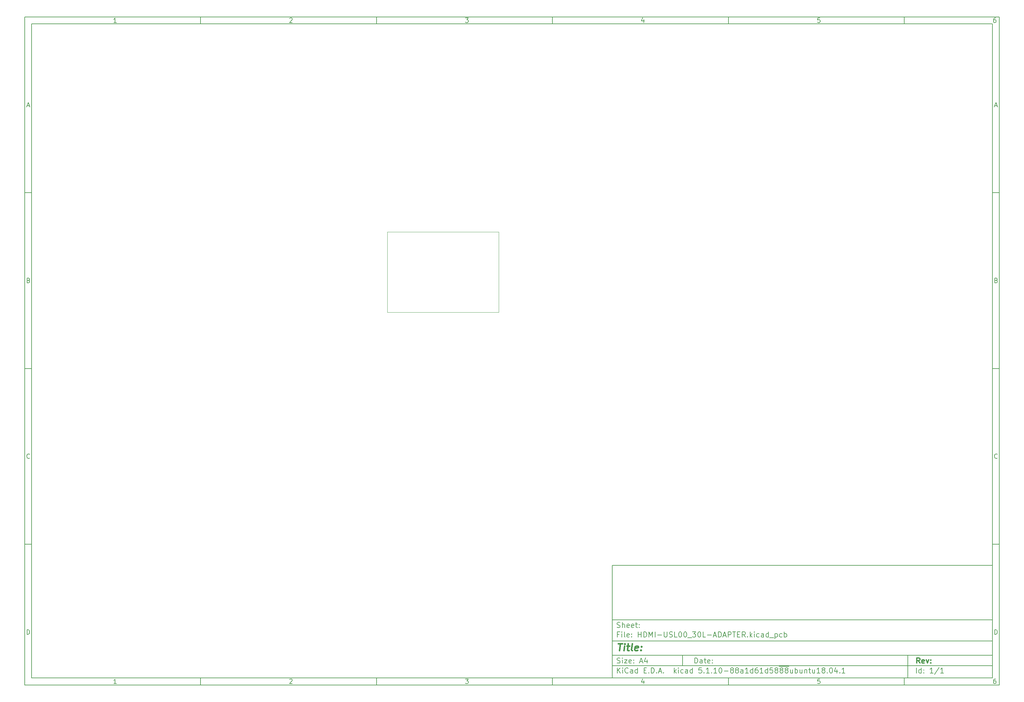
<source format=gbr>
%TF.GenerationSoftware,KiCad,Pcbnew,5.1.10-88a1d61d58~88~ubuntu18.04.1*%
%TF.CreationDate,2021-11-15T16:26:48+07:00*%
%TF.ProjectId,HDMI-USL00_30L-ADAPTER,48444d49-2d55-4534-9c30-305f33304c2d,rev?*%
%TF.SameCoordinates,Original*%
%TF.FileFunction,Profile,NP*%
%FSLAX46Y46*%
G04 Gerber Fmt 4.6, Leading zero omitted, Abs format (unit mm)*
G04 Created by KiCad (PCBNEW 5.1.10-88a1d61d58~88~ubuntu18.04.1) date 2021-11-15 16:26:48*
%MOMM*%
%LPD*%
G01*
G04 APERTURE LIST*
%ADD10C,0.100000*%
%ADD11C,0.150000*%
%ADD12C,0.300000*%
%ADD13C,0.400000*%
%TA.AperFunction,Profile*%
%ADD14C,0.050000*%
%TD*%
G04 APERTURE END LIST*
D10*
D11*
X177002200Y-166007200D02*
X177002200Y-198007200D01*
X285002200Y-198007200D01*
X285002200Y-166007200D01*
X177002200Y-166007200D01*
D10*
D11*
X10000000Y-10000000D02*
X10000000Y-200007200D01*
X287002200Y-200007200D01*
X287002200Y-10000000D01*
X10000000Y-10000000D01*
D10*
D11*
X12000000Y-12000000D02*
X12000000Y-198007200D01*
X285002200Y-198007200D01*
X285002200Y-12000000D01*
X12000000Y-12000000D01*
D10*
D11*
X60000000Y-12000000D02*
X60000000Y-10000000D01*
D10*
D11*
X110000000Y-12000000D02*
X110000000Y-10000000D01*
D10*
D11*
X160000000Y-12000000D02*
X160000000Y-10000000D01*
D10*
D11*
X210000000Y-12000000D02*
X210000000Y-10000000D01*
D10*
D11*
X260000000Y-12000000D02*
X260000000Y-10000000D01*
D10*
D11*
X36065476Y-11588095D02*
X35322619Y-11588095D01*
X35694047Y-11588095D02*
X35694047Y-10288095D01*
X35570238Y-10473809D01*
X35446428Y-10597619D01*
X35322619Y-10659523D01*
D10*
D11*
X85322619Y-10411904D02*
X85384523Y-10350000D01*
X85508333Y-10288095D01*
X85817857Y-10288095D01*
X85941666Y-10350000D01*
X86003571Y-10411904D01*
X86065476Y-10535714D01*
X86065476Y-10659523D01*
X86003571Y-10845238D01*
X85260714Y-11588095D01*
X86065476Y-11588095D01*
D10*
D11*
X135260714Y-10288095D02*
X136065476Y-10288095D01*
X135632142Y-10783333D01*
X135817857Y-10783333D01*
X135941666Y-10845238D01*
X136003571Y-10907142D01*
X136065476Y-11030952D01*
X136065476Y-11340476D01*
X136003571Y-11464285D01*
X135941666Y-11526190D01*
X135817857Y-11588095D01*
X135446428Y-11588095D01*
X135322619Y-11526190D01*
X135260714Y-11464285D01*
D10*
D11*
X185941666Y-10721428D02*
X185941666Y-11588095D01*
X185632142Y-10226190D02*
X185322619Y-11154761D01*
X186127380Y-11154761D01*
D10*
D11*
X236003571Y-10288095D02*
X235384523Y-10288095D01*
X235322619Y-10907142D01*
X235384523Y-10845238D01*
X235508333Y-10783333D01*
X235817857Y-10783333D01*
X235941666Y-10845238D01*
X236003571Y-10907142D01*
X236065476Y-11030952D01*
X236065476Y-11340476D01*
X236003571Y-11464285D01*
X235941666Y-11526190D01*
X235817857Y-11588095D01*
X235508333Y-11588095D01*
X235384523Y-11526190D01*
X235322619Y-11464285D01*
D10*
D11*
X285941666Y-10288095D02*
X285694047Y-10288095D01*
X285570238Y-10350000D01*
X285508333Y-10411904D01*
X285384523Y-10597619D01*
X285322619Y-10845238D01*
X285322619Y-11340476D01*
X285384523Y-11464285D01*
X285446428Y-11526190D01*
X285570238Y-11588095D01*
X285817857Y-11588095D01*
X285941666Y-11526190D01*
X286003571Y-11464285D01*
X286065476Y-11340476D01*
X286065476Y-11030952D01*
X286003571Y-10907142D01*
X285941666Y-10845238D01*
X285817857Y-10783333D01*
X285570238Y-10783333D01*
X285446428Y-10845238D01*
X285384523Y-10907142D01*
X285322619Y-11030952D01*
D10*
D11*
X60000000Y-198007200D02*
X60000000Y-200007200D01*
D10*
D11*
X110000000Y-198007200D02*
X110000000Y-200007200D01*
D10*
D11*
X160000000Y-198007200D02*
X160000000Y-200007200D01*
D10*
D11*
X210000000Y-198007200D02*
X210000000Y-200007200D01*
D10*
D11*
X260000000Y-198007200D02*
X260000000Y-200007200D01*
D10*
D11*
X36065476Y-199595295D02*
X35322619Y-199595295D01*
X35694047Y-199595295D02*
X35694047Y-198295295D01*
X35570238Y-198481009D01*
X35446428Y-198604819D01*
X35322619Y-198666723D01*
D10*
D11*
X85322619Y-198419104D02*
X85384523Y-198357200D01*
X85508333Y-198295295D01*
X85817857Y-198295295D01*
X85941666Y-198357200D01*
X86003571Y-198419104D01*
X86065476Y-198542914D01*
X86065476Y-198666723D01*
X86003571Y-198852438D01*
X85260714Y-199595295D01*
X86065476Y-199595295D01*
D10*
D11*
X135260714Y-198295295D02*
X136065476Y-198295295D01*
X135632142Y-198790533D01*
X135817857Y-198790533D01*
X135941666Y-198852438D01*
X136003571Y-198914342D01*
X136065476Y-199038152D01*
X136065476Y-199347676D01*
X136003571Y-199471485D01*
X135941666Y-199533390D01*
X135817857Y-199595295D01*
X135446428Y-199595295D01*
X135322619Y-199533390D01*
X135260714Y-199471485D01*
D10*
D11*
X185941666Y-198728628D02*
X185941666Y-199595295D01*
X185632142Y-198233390D02*
X185322619Y-199161961D01*
X186127380Y-199161961D01*
D10*
D11*
X236003571Y-198295295D02*
X235384523Y-198295295D01*
X235322619Y-198914342D01*
X235384523Y-198852438D01*
X235508333Y-198790533D01*
X235817857Y-198790533D01*
X235941666Y-198852438D01*
X236003571Y-198914342D01*
X236065476Y-199038152D01*
X236065476Y-199347676D01*
X236003571Y-199471485D01*
X235941666Y-199533390D01*
X235817857Y-199595295D01*
X235508333Y-199595295D01*
X235384523Y-199533390D01*
X235322619Y-199471485D01*
D10*
D11*
X285941666Y-198295295D02*
X285694047Y-198295295D01*
X285570238Y-198357200D01*
X285508333Y-198419104D01*
X285384523Y-198604819D01*
X285322619Y-198852438D01*
X285322619Y-199347676D01*
X285384523Y-199471485D01*
X285446428Y-199533390D01*
X285570238Y-199595295D01*
X285817857Y-199595295D01*
X285941666Y-199533390D01*
X286003571Y-199471485D01*
X286065476Y-199347676D01*
X286065476Y-199038152D01*
X286003571Y-198914342D01*
X285941666Y-198852438D01*
X285817857Y-198790533D01*
X285570238Y-198790533D01*
X285446428Y-198852438D01*
X285384523Y-198914342D01*
X285322619Y-199038152D01*
D10*
D11*
X10000000Y-60000000D02*
X12000000Y-60000000D01*
D10*
D11*
X10000000Y-110000000D02*
X12000000Y-110000000D01*
D10*
D11*
X10000000Y-160000000D02*
X12000000Y-160000000D01*
D10*
D11*
X10690476Y-35216666D02*
X11309523Y-35216666D01*
X10566666Y-35588095D02*
X11000000Y-34288095D01*
X11433333Y-35588095D01*
D10*
D11*
X11092857Y-84907142D02*
X11278571Y-84969047D01*
X11340476Y-85030952D01*
X11402380Y-85154761D01*
X11402380Y-85340476D01*
X11340476Y-85464285D01*
X11278571Y-85526190D01*
X11154761Y-85588095D01*
X10659523Y-85588095D01*
X10659523Y-84288095D01*
X11092857Y-84288095D01*
X11216666Y-84350000D01*
X11278571Y-84411904D01*
X11340476Y-84535714D01*
X11340476Y-84659523D01*
X11278571Y-84783333D01*
X11216666Y-84845238D01*
X11092857Y-84907142D01*
X10659523Y-84907142D01*
D10*
D11*
X11402380Y-135464285D02*
X11340476Y-135526190D01*
X11154761Y-135588095D01*
X11030952Y-135588095D01*
X10845238Y-135526190D01*
X10721428Y-135402380D01*
X10659523Y-135278571D01*
X10597619Y-135030952D01*
X10597619Y-134845238D01*
X10659523Y-134597619D01*
X10721428Y-134473809D01*
X10845238Y-134350000D01*
X11030952Y-134288095D01*
X11154761Y-134288095D01*
X11340476Y-134350000D01*
X11402380Y-134411904D01*
D10*
D11*
X10659523Y-185588095D02*
X10659523Y-184288095D01*
X10969047Y-184288095D01*
X11154761Y-184350000D01*
X11278571Y-184473809D01*
X11340476Y-184597619D01*
X11402380Y-184845238D01*
X11402380Y-185030952D01*
X11340476Y-185278571D01*
X11278571Y-185402380D01*
X11154761Y-185526190D01*
X10969047Y-185588095D01*
X10659523Y-185588095D01*
D10*
D11*
X287002200Y-60000000D02*
X285002200Y-60000000D01*
D10*
D11*
X287002200Y-110000000D02*
X285002200Y-110000000D01*
D10*
D11*
X287002200Y-160000000D02*
X285002200Y-160000000D01*
D10*
D11*
X285692676Y-35216666D02*
X286311723Y-35216666D01*
X285568866Y-35588095D02*
X286002200Y-34288095D01*
X286435533Y-35588095D01*
D10*
D11*
X286095057Y-84907142D02*
X286280771Y-84969047D01*
X286342676Y-85030952D01*
X286404580Y-85154761D01*
X286404580Y-85340476D01*
X286342676Y-85464285D01*
X286280771Y-85526190D01*
X286156961Y-85588095D01*
X285661723Y-85588095D01*
X285661723Y-84288095D01*
X286095057Y-84288095D01*
X286218866Y-84350000D01*
X286280771Y-84411904D01*
X286342676Y-84535714D01*
X286342676Y-84659523D01*
X286280771Y-84783333D01*
X286218866Y-84845238D01*
X286095057Y-84907142D01*
X285661723Y-84907142D01*
D10*
D11*
X286404580Y-135464285D02*
X286342676Y-135526190D01*
X286156961Y-135588095D01*
X286033152Y-135588095D01*
X285847438Y-135526190D01*
X285723628Y-135402380D01*
X285661723Y-135278571D01*
X285599819Y-135030952D01*
X285599819Y-134845238D01*
X285661723Y-134597619D01*
X285723628Y-134473809D01*
X285847438Y-134350000D01*
X286033152Y-134288095D01*
X286156961Y-134288095D01*
X286342676Y-134350000D01*
X286404580Y-134411904D01*
D10*
D11*
X285661723Y-185588095D02*
X285661723Y-184288095D01*
X285971247Y-184288095D01*
X286156961Y-184350000D01*
X286280771Y-184473809D01*
X286342676Y-184597619D01*
X286404580Y-184845238D01*
X286404580Y-185030952D01*
X286342676Y-185278571D01*
X286280771Y-185402380D01*
X286156961Y-185526190D01*
X285971247Y-185588095D01*
X285661723Y-185588095D01*
D10*
D11*
X200434342Y-193785771D02*
X200434342Y-192285771D01*
X200791485Y-192285771D01*
X201005771Y-192357200D01*
X201148628Y-192500057D01*
X201220057Y-192642914D01*
X201291485Y-192928628D01*
X201291485Y-193142914D01*
X201220057Y-193428628D01*
X201148628Y-193571485D01*
X201005771Y-193714342D01*
X200791485Y-193785771D01*
X200434342Y-193785771D01*
X202577200Y-193785771D02*
X202577200Y-193000057D01*
X202505771Y-192857200D01*
X202362914Y-192785771D01*
X202077200Y-192785771D01*
X201934342Y-192857200D01*
X202577200Y-193714342D02*
X202434342Y-193785771D01*
X202077200Y-193785771D01*
X201934342Y-193714342D01*
X201862914Y-193571485D01*
X201862914Y-193428628D01*
X201934342Y-193285771D01*
X202077200Y-193214342D01*
X202434342Y-193214342D01*
X202577200Y-193142914D01*
X203077200Y-192785771D02*
X203648628Y-192785771D01*
X203291485Y-192285771D02*
X203291485Y-193571485D01*
X203362914Y-193714342D01*
X203505771Y-193785771D01*
X203648628Y-193785771D01*
X204720057Y-193714342D02*
X204577200Y-193785771D01*
X204291485Y-193785771D01*
X204148628Y-193714342D01*
X204077200Y-193571485D01*
X204077200Y-193000057D01*
X204148628Y-192857200D01*
X204291485Y-192785771D01*
X204577200Y-192785771D01*
X204720057Y-192857200D01*
X204791485Y-193000057D01*
X204791485Y-193142914D01*
X204077200Y-193285771D01*
X205434342Y-193642914D02*
X205505771Y-193714342D01*
X205434342Y-193785771D01*
X205362914Y-193714342D01*
X205434342Y-193642914D01*
X205434342Y-193785771D01*
X205434342Y-192857200D02*
X205505771Y-192928628D01*
X205434342Y-193000057D01*
X205362914Y-192928628D01*
X205434342Y-192857200D01*
X205434342Y-193000057D01*
D10*
D11*
X177002200Y-194507200D02*
X285002200Y-194507200D01*
D10*
D11*
X178434342Y-196585771D02*
X178434342Y-195085771D01*
X179291485Y-196585771D02*
X178648628Y-195728628D01*
X179291485Y-195085771D02*
X178434342Y-195942914D01*
X179934342Y-196585771D02*
X179934342Y-195585771D01*
X179934342Y-195085771D02*
X179862914Y-195157200D01*
X179934342Y-195228628D01*
X180005771Y-195157200D01*
X179934342Y-195085771D01*
X179934342Y-195228628D01*
X181505771Y-196442914D02*
X181434342Y-196514342D01*
X181220057Y-196585771D01*
X181077200Y-196585771D01*
X180862914Y-196514342D01*
X180720057Y-196371485D01*
X180648628Y-196228628D01*
X180577200Y-195942914D01*
X180577200Y-195728628D01*
X180648628Y-195442914D01*
X180720057Y-195300057D01*
X180862914Y-195157200D01*
X181077200Y-195085771D01*
X181220057Y-195085771D01*
X181434342Y-195157200D01*
X181505771Y-195228628D01*
X182791485Y-196585771D02*
X182791485Y-195800057D01*
X182720057Y-195657200D01*
X182577200Y-195585771D01*
X182291485Y-195585771D01*
X182148628Y-195657200D01*
X182791485Y-196514342D02*
X182648628Y-196585771D01*
X182291485Y-196585771D01*
X182148628Y-196514342D01*
X182077200Y-196371485D01*
X182077200Y-196228628D01*
X182148628Y-196085771D01*
X182291485Y-196014342D01*
X182648628Y-196014342D01*
X182791485Y-195942914D01*
X184148628Y-196585771D02*
X184148628Y-195085771D01*
X184148628Y-196514342D02*
X184005771Y-196585771D01*
X183720057Y-196585771D01*
X183577200Y-196514342D01*
X183505771Y-196442914D01*
X183434342Y-196300057D01*
X183434342Y-195871485D01*
X183505771Y-195728628D01*
X183577200Y-195657200D01*
X183720057Y-195585771D01*
X184005771Y-195585771D01*
X184148628Y-195657200D01*
X186005771Y-195800057D02*
X186505771Y-195800057D01*
X186720057Y-196585771D02*
X186005771Y-196585771D01*
X186005771Y-195085771D01*
X186720057Y-195085771D01*
X187362914Y-196442914D02*
X187434342Y-196514342D01*
X187362914Y-196585771D01*
X187291485Y-196514342D01*
X187362914Y-196442914D01*
X187362914Y-196585771D01*
X188077200Y-196585771D02*
X188077200Y-195085771D01*
X188434342Y-195085771D01*
X188648628Y-195157200D01*
X188791485Y-195300057D01*
X188862914Y-195442914D01*
X188934342Y-195728628D01*
X188934342Y-195942914D01*
X188862914Y-196228628D01*
X188791485Y-196371485D01*
X188648628Y-196514342D01*
X188434342Y-196585771D01*
X188077200Y-196585771D01*
X189577200Y-196442914D02*
X189648628Y-196514342D01*
X189577200Y-196585771D01*
X189505771Y-196514342D01*
X189577200Y-196442914D01*
X189577200Y-196585771D01*
X190220057Y-196157200D02*
X190934342Y-196157200D01*
X190077200Y-196585771D02*
X190577200Y-195085771D01*
X191077200Y-196585771D01*
X191577200Y-196442914D02*
X191648628Y-196514342D01*
X191577200Y-196585771D01*
X191505771Y-196514342D01*
X191577200Y-196442914D01*
X191577200Y-196585771D01*
X194577200Y-196585771D02*
X194577200Y-195085771D01*
X194720057Y-196014342D02*
X195148628Y-196585771D01*
X195148628Y-195585771D02*
X194577200Y-196157200D01*
X195791485Y-196585771D02*
X195791485Y-195585771D01*
X195791485Y-195085771D02*
X195720057Y-195157200D01*
X195791485Y-195228628D01*
X195862914Y-195157200D01*
X195791485Y-195085771D01*
X195791485Y-195228628D01*
X197148628Y-196514342D02*
X197005771Y-196585771D01*
X196720057Y-196585771D01*
X196577200Y-196514342D01*
X196505771Y-196442914D01*
X196434342Y-196300057D01*
X196434342Y-195871485D01*
X196505771Y-195728628D01*
X196577200Y-195657200D01*
X196720057Y-195585771D01*
X197005771Y-195585771D01*
X197148628Y-195657200D01*
X198434342Y-196585771D02*
X198434342Y-195800057D01*
X198362914Y-195657200D01*
X198220057Y-195585771D01*
X197934342Y-195585771D01*
X197791485Y-195657200D01*
X198434342Y-196514342D02*
X198291485Y-196585771D01*
X197934342Y-196585771D01*
X197791485Y-196514342D01*
X197720057Y-196371485D01*
X197720057Y-196228628D01*
X197791485Y-196085771D01*
X197934342Y-196014342D01*
X198291485Y-196014342D01*
X198434342Y-195942914D01*
X199791485Y-196585771D02*
X199791485Y-195085771D01*
X199791485Y-196514342D02*
X199648628Y-196585771D01*
X199362914Y-196585771D01*
X199220057Y-196514342D01*
X199148628Y-196442914D01*
X199077200Y-196300057D01*
X199077200Y-195871485D01*
X199148628Y-195728628D01*
X199220057Y-195657200D01*
X199362914Y-195585771D01*
X199648628Y-195585771D01*
X199791485Y-195657200D01*
X202362914Y-195085771D02*
X201648628Y-195085771D01*
X201577200Y-195800057D01*
X201648628Y-195728628D01*
X201791485Y-195657200D01*
X202148628Y-195657200D01*
X202291485Y-195728628D01*
X202362914Y-195800057D01*
X202434342Y-195942914D01*
X202434342Y-196300057D01*
X202362914Y-196442914D01*
X202291485Y-196514342D01*
X202148628Y-196585771D01*
X201791485Y-196585771D01*
X201648628Y-196514342D01*
X201577200Y-196442914D01*
X203077200Y-196442914D02*
X203148628Y-196514342D01*
X203077200Y-196585771D01*
X203005771Y-196514342D01*
X203077200Y-196442914D01*
X203077200Y-196585771D01*
X204577200Y-196585771D02*
X203720057Y-196585771D01*
X204148628Y-196585771D02*
X204148628Y-195085771D01*
X204005771Y-195300057D01*
X203862914Y-195442914D01*
X203720057Y-195514342D01*
X205220057Y-196442914D02*
X205291485Y-196514342D01*
X205220057Y-196585771D01*
X205148628Y-196514342D01*
X205220057Y-196442914D01*
X205220057Y-196585771D01*
X206720057Y-196585771D02*
X205862914Y-196585771D01*
X206291485Y-196585771D02*
X206291485Y-195085771D01*
X206148628Y-195300057D01*
X206005771Y-195442914D01*
X205862914Y-195514342D01*
X207648628Y-195085771D02*
X207791485Y-195085771D01*
X207934342Y-195157200D01*
X208005771Y-195228628D01*
X208077200Y-195371485D01*
X208148628Y-195657200D01*
X208148628Y-196014342D01*
X208077200Y-196300057D01*
X208005771Y-196442914D01*
X207934342Y-196514342D01*
X207791485Y-196585771D01*
X207648628Y-196585771D01*
X207505771Y-196514342D01*
X207434342Y-196442914D01*
X207362914Y-196300057D01*
X207291485Y-196014342D01*
X207291485Y-195657200D01*
X207362914Y-195371485D01*
X207434342Y-195228628D01*
X207505771Y-195157200D01*
X207648628Y-195085771D01*
X208791485Y-196014342D02*
X209934342Y-196014342D01*
X210862914Y-195728628D02*
X210720057Y-195657200D01*
X210648628Y-195585771D01*
X210577200Y-195442914D01*
X210577200Y-195371485D01*
X210648628Y-195228628D01*
X210720057Y-195157200D01*
X210862914Y-195085771D01*
X211148628Y-195085771D01*
X211291485Y-195157200D01*
X211362914Y-195228628D01*
X211434342Y-195371485D01*
X211434342Y-195442914D01*
X211362914Y-195585771D01*
X211291485Y-195657200D01*
X211148628Y-195728628D01*
X210862914Y-195728628D01*
X210720057Y-195800057D01*
X210648628Y-195871485D01*
X210577200Y-196014342D01*
X210577200Y-196300057D01*
X210648628Y-196442914D01*
X210720057Y-196514342D01*
X210862914Y-196585771D01*
X211148628Y-196585771D01*
X211291485Y-196514342D01*
X211362914Y-196442914D01*
X211434342Y-196300057D01*
X211434342Y-196014342D01*
X211362914Y-195871485D01*
X211291485Y-195800057D01*
X211148628Y-195728628D01*
X212291485Y-195728628D02*
X212148628Y-195657200D01*
X212077200Y-195585771D01*
X212005771Y-195442914D01*
X212005771Y-195371485D01*
X212077200Y-195228628D01*
X212148628Y-195157200D01*
X212291485Y-195085771D01*
X212577200Y-195085771D01*
X212720057Y-195157200D01*
X212791485Y-195228628D01*
X212862914Y-195371485D01*
X212862914Y-195442914D01*
X212791485Y-195585771D01*
X212720057Y-195657200D01*
X212577200Y-195728628D01*
X212291485Y-195728628D01*
X212148628Y-195800057D01*
X212077200Y-195871485D01*
X212005771Y-196014342D01*
X212005771Y-196300057D01*
X212077200Y-196442914D01*
X212148628Y-196514342D01*
X212291485Y-196585771D01*
X212577200Y-196585771D01*
X212720057Y-196514342D01*
X212791485Y-196442914D01*
X212862914Y-196300057D01*
X212862914Y-196014342D01*
X212791485Y-195871485D01*
X212720057Y-195800057D01*
X212577200Y-195728628D01*
X214148628Y-196585771D02*
X214148628Y-195800057D01*
X214077200Y-195657200D01*
X213934342Y-195585771D01*
X213648628Y-195585771D01*
X213505771Y-195657200D01*
X214148628Y-196514342D02*
X214005771Y-196585771D01*
X213648628Y-196585771D01*
X213505771Y-196514342D01*
X213434342Y-196371485D01*
X213434342Y-196228628D01*
X213505771Y-196085771D01*
X213648628Y-196014342D01*
X214005771Y-196014342D01*
X214148628Y-195942914D01*
X215648628Y-196585771D02*
X214791485Y-196585771D01*
X215220057Y-196585771D02*
X215220057Y-195085771D01*
X215077200Y-195300057D01*
X214934342Y-195442914D01*
X214791485Y-195514342D01*
X216934342Y-196585771D02*
X216934342Y-195085771D01*
X216934342Y-196514342D02*
X216791485Y-196585771D01*
X216505771Y-196585771D01*
X216362914Y-196514342D01*
X216291485Y-196442914D01*
X216220057Y-196300057D01*
X216220057Y-195871485D01*
X216291485Y-195728628D01*
X216362914Y-195657200D01*
X216505771Y-195585771D01*
X216791485Y-195585771D01*
X216934342Y-195657200D01*
X218291485Y-195085771D02*
X218005771Y-195085771D01*
X217862914Y-195157200D01*
X217791485Y-195228628D01*
X217648628Y-195442914D01*
X217577200Y-195728628D01*
X217577200Y-196300057D01*
X217648628Y-196442914D01*
X217720057Y-196514342D01*
X217862914Y-196585771D01*
X218148628Y-196585771D01*
X218291485Y-196514342D01*
X218362914Y-196442914D01*
X218434342Y-196300057D01*
X218434342Y-195942914D01*
X218362914Y-195800057D01*
X218291485Y-195728628D01*
X218148628Y-195657200D01*
X217862914Y-195657200D01*
X217720057Y-195728628D01*
X217648628Y-195800057D01*
X217577200Y-195942914D01*
X219862914Y-196585771D02*
X219005771Y-196585771D01*
X219434342Y-196585771D02*
X219434342Y-195085771D01*
X219291485Y-195300057D01*
X219148628Y-195442914D01*
X219005771Y-195514342D01*
X221148628Y-196585771D02*
X221148628Y-195085771D01*
X221148628Y-196514342D02*
X221005771Y-196585771D01*
X220720057Y-196585771D01*
X220577200Y-196514342D01*
X220505771Y-196442914D01*
X220434342Y-196300057D01*
X220434342Y-195871485D01*
X220505771Y-195728628D01*
X220577200Y-195657200D01*
X220720057Y-195585771D01*
X221005771Y-195585771D01*
X221148628Y-195657200D01*
X222577200Y-195085771D02*
X221862914Y-195085771D01*
X221791485Y-195800057D01*
X221862914Y-195728628D01*
X222005771Y-195657200D01*
X222362914Y-195657200D01*
X222505771Y-195728628D01*
X222577200Y-195800057D01*
X222648628Y-195942914D01*
X222648628Y-196300057D01*
X222577200Y-196442914D01*
X222505771Y-196514342D01*
X222362914Y-196585771D01*
X222005771Y-196585771D01*
X221862914Y-196514342D01*
X221791485Y-196442914D01*
X223505771Y-195728628D02*
X223362914Y-195657200D01*
X223291485Y-195585771D01*
X223220057Y-195442914D01*
X223220057Y-195371485D01*
X223291485Y-195228628D01*
X223362914Y-195157200D01*
X223505771Y-195085771D01*
X223791485Y-195085771D01*
X223934342Y-195157200D01*
X224005771Y-195228628D01*
X224077200Y-195371485D01*
X224077200Y-195442914D01*
X224005771Y-195585771D01*
X223934342Y-195657200D01*
X223791485Y-195728628D01*
X223505771Y-195728628D01*
X223362914Y-195800057D01*
X223291485Y-195871485D01*
X223220057Y-196014342D01*
X223220057Y-196300057D01*
X223291485Y-196442914D01*
X223362914Y-196514342D01*
X223505771Y-196585771D01*
X223791485Y-196585771D01*
X223934342Y-196514342D01*
X224005771Y-196442914D01*
X224077200Y-196300057D01*
X224077200Y-196014342D01*
X224005771Y-195871485D01*
X223934342Y-195800057D01*
X223791485Y-195728628D01*
X224362914Y-194677200D02*
X225791485Y-194677200D01*
X224934342Y-195728628D02*
X224791485Y-195657200D01*
X224720057Y-195585771D01*
X224648628Y-195442914D01*
X224648628Y-195371485D01*
X224720057Y-195228628D01*
X224791485Y-195157200D01*
X224934342Y-195085771D01*
X225220057Y-195085771D01*
X225362914Y-195157200D01*
X225434342Y-195228628D01*
X225505771Y-195371485D01*
X225505771Y-195442914D01*
X225434342Y-195585771D01*
X225362914Y-195657200D01*
X225220057Y-195728628D01*
X224934342Y-195728628D01*
X224791485Y-195800057D01*
X224720057Y-195871485D01*
X224648628Y-196014342D01*
X224648628Y-196300057D01*
X224720057Y-196442914D01*
X224791485Y-196514342D01*
X224934342Y-196585771D01*
X225220057Y-196585771D01*
X225362914Y-196514342D01*
X225434342Y-196442914D01*
X225505771Y-196300057D01*
X225505771Y-196014342D01*
X225434342Y-195871485D01*
X225362914Y-195800057D01*
X225220057Y-195728628D01*
X225791485Y-194677200D02*
X227220057Y-194677200D01*
X226362914Y-195728628D02*
X226220057Y-195657200D01*
X226148628Y-195585771D01*
X226077199Y-195442914D01*
X226077199Y-195371485D01*
X226148628Y-195228628D01*
X226220057Y-195157200D01*
X226362914Y-195085771D01*
X226648628Y-195085771D01*
X226791485Y-195157200D01*
X226862914Y-195228628D01*
X226934342Y-195371485D01*
X226934342Y-195442914D01*
X226862914Y-195585771D01*
X226791485Y-195657200D01*
X226648628Y-195728628D01*
X226362914Y-195728628D01*
X226220057Y-195800057D01*
X226148628Y-195871485D01*
X226077199Y-196014342D01*
X226077199Y-196300057D01*
X226148628Y-196442914D01*
X226220057Y-196514342D01*
X226362914Y-196585771D01*
X226648628Y-196585771D01*
X226791485Y-196514342D01*
X226862914Y-196442914D01*
X226934342Y-196300057D01*
X226934342Y-196014342D01*
X226862914Y-195871485D01*
X226791485Y-195800057D01*
X226648628Y-195728628D01*
X228220057Y-195585771D02*
X228220057Y-196585771D01*
X227577199Y-195585771D02*
X227577199Y-196371485D01*
X227648628Y-196514342D01*
X227791485Y-196585771D01*
X228005771Y-196585771D01*
X228148628Y-196514342D01*
X228220057Y-196442914D01*
X228934342Y-196585771D02*
X228934342Y-195085771D01*
X228934342Y-195657200D02*
X229077199Y-195585771D01*
X229362914Y-195585771D01*
X229505771Y-195657200D01*
X229577199Y-195728628D01*
X229648628Y-195871485D01*
X229648628Y-196300057D01*
X229577199Y-196442914D01*
X229505771Y-196514342D01*
X229362914Y-196585771D01*
X229077199Y-196585771D01*
X228934342Y-196514342D01*
X230934342Y-195585771D02*
X230934342Y-196585771D01*
X230291485Y-195585771D02*
X230291485Y-196371485D01*
X230362914Y-196514342D01*
X230505771Y-196585771D01*
X230720057Y-196585771D01*
X230862914Y-196514342D01*
X230934342Y-196442914D01*
X231648628Y-195585771D02*
X231648628Y-196585771D01*
X231648628Y-195728628D02*
X231720057Y-195657200D01*
X231862914Y-195585771D01*
X232077199Y-195585771D01*
X232220057Y-195657200D01*
X232291485Y-195800057D01*
X232291485Y-196585771D01*
X232791485Y-195585771D02*
X233362914Y-195585771D01*
X233005771Y-195085771D02*
X233005771Y-196371485D01*
X233077199Y-196514342D01*
X233220057Y-196585771D01*
X233362914Y-196585771D01*
X234505771Y-195585771D02*
X234505771Y-196585771D01*
X233862914Y-195585771D02*
X233862914Y-196371485D01*
X233934342Y-196514342D01*
X234077200Y-196585771D01*
X234291485Y-196585771D01*
X234434342Y-196514342D01*
X234505771Y-196442914D01*
X236005771Y-196585771D02*
X235148628Y-196585771D01*
X235577200Y-196585771D02*
X235577200Y-195085771D01*
X235434342Y-195300057D01*
X235291485Y-195442914D01*
X235148628Y-195514342D01*
X236862914Y-195728628D02*
X236720057Y-195657200D01*
X236648628Y-195585771D01*
X236577199Y-195442914D01*
X236577199Y-195371485D01*
X236648628Y-195228628D01*
X236720057Y-195157200D01*
X236862914Y-195085771D01*
X237148628Y-195085771D01*
X237291485Y-195157200D01*
X237362914Y-195228628D01*
X237434342Y-195371485D01*
X237434342Y-195442914D01*
X237362914Y-195585771D01*
X237291485Y-195657200D01*
X237148628Y-195728628D01*
X236862914Y-195728628D01*
X236720057Y-195800057D01*
X236648628Y-195871485D01*
X236577199Y-196014342D01*
X236577199Y-196300057D01*
X236648628Y-196442914D01*
X236720057Y-196514342D01*
X236862914Y-196585771D01*
X237148628Y-196585771D01*
X237291485Y-196514342D01*
X237362914Y-196442914D01*
X237434342Y-196300057D01*
X237434342Y-196014342D01*
X237362914Y-195871485D01*
X237291485Y-195800057D01*
X237148628Y-195728628D01*
X238077199Y-196442914D02*
X238148628Y-196514342D01*
X238077199Y-196585771D01*
X238005771Y-196514342D01*
X238077199Y-196442914D01*
X238077199Y-196585771D01*
X239077199Y-195085771D02*
X239220057Y-195085771D01*
X239362914Y-195157200D01*
X239434342Y-195228628D01*
X239505771Y-195371485D01*
X239577199Y-195657200D01*
X239577199Y-196014342D01*
X239505771Y-196300057D01*
X239434342Y-196442914D01*
X239362914Y-196514342D01*
X239220057Y-196585771D01*
X239077199Y-196585771D01*
X238934342Y-196514342D01*
X238862914Y-196442914D01*
X238791485Y-196300057D01*
X238720057Y-196014342D01*
X238720057Y-195657200D01*
X238791485Y-195371485D01*
X238862914Y-195228628D01*
X238934342Y-195157200D01*
X239077199Y-195085771D01*
X240862914Y-195585771D02*
X240862914Y-196585771D01*
X240505771Y-195014342D02*
X240148628Y-196085771D01*
X241077199Y-196085771D01*
X241648628Y-196442914D02*
X241720057Y-196514342D01*
X241648628Y-196585771D01*
X241577199Y-196514342D01*
X241648628Y-196442914D01*
X241648628Y-196585771D01*
X243148628Y-196585771D02*
X242291485Y-196585771D01*
X242720057Y-196585771D02*
X242720057Y-195085771D01*
X242577199Y-195300057D01*
X242434342Y-195442914D01*
X242291485Y-195514342D01*
D10*
D11*
X177002200Y-191507200D02*
X285002200Y-191507200D01*
D10*
D12*
X264411485Y-193785771D02*
X263911485Y-193071485D01*
X263554342Y-193785771D02*
X263554342Y-192285771D01*
X264125771Y-192285771D01*
X264268628Y-192357200D01*
X264340057Y-192428628D01*
X264411485Y-192571485D01*
X264411485Y-192785771D01*
X264340057Y-192928628D01*
X264268628Y-193000057D01*
X264125771Y-193071485D01*
X263554342Y-193071485D01*
X265625771Y-193714342D02*
X265482914Y-193785771D01*
X265197200Y-193785771D01*
X265054342Y-193714342D01*
X264982914Y-193571485D01*
X264982914Y-193000057D01*
X265054342Y-192857200D01*
X265197200Y-192785771D01*
X265482914Y-192785771D01*
X265625771Y-192857200D01*
X265697200Y-193000057D01*
X265697200Y-193142914D01*
X264982914Y-193285771D01*
X266197200Y-192785771D02*
X266554342Y-193785771D01*
X266911485Y-192785771D01*
X267482914Y-193642914D02*
X267554342Y-193714342D01*
X267482914Y-193785771D01*
X267411485Y-193714342D01*
X267482914Y-193642914D01*
X267482914Y-193785771D01*
X267482914Y-192857200D02*
X267554342Y-192928628D01*
X267482914Y-193000057D01*
X267411485Y-192928628D01*
X267482914Y-192857200D01*
X267482914Y-193000057D01*
D10*
D11*
X178362914Y-193714342D02*
X178577200Y-193785771D01*
X178934342Y-193785771D01*
X179077200Y-193714342D01*
X179148628Y-193642914D01*
X179220057Y-193500057D01*
X179220057Y-193357200D01*
X179148628Y-193214342D01*
X179077200Y-193142914D01*
X178934342Y-193071485D01*
X178648628Y-193000057D01*
X178505771Y-192928628D01*
X178434342Y-192857200D01*
X178362914Y-192714342D01*
X178362914Y-192571485D01*
X178434342Y-192428628D01*
X178505771Y-192357200D01*
X178648628Y-192285771D01*
X179005771Y-192285771D01*
X179220057Y-192357200D01*
X179862914Y-193785771D02*
X179862914Y-192785771D01*
X179862914Y-192285771D02*
X179791485Y-192357200D01*
X179862914Y-192428628D01*
X179934342Y-192357200D01*
X179862914Y-192285771D01*
X179862914Y-192428628D01*
X180434342Y-192785771D02*
X181220057Y-192785771D01*
X180434342Y-193785771D01*
X181220057Y-193785771D01*
X182362914Y-193714342D02*
X182220057Y-193785771D01*
X181934342Y-193785771D01*
X181791485Y-193714342D01*
X181720057Y-193571485D01*
X181720057Y-193000057D01*
X181791485Y-192857200D01*
X181934342Y-192785771D01*
X182220057Y-192785771D01*
X182362914Y-192857200D01*
X182434342Y-193000057D01*
X182434342Y-193142914D01*
X181720057Y-193285771D01*
X183077200Y-193642914D02*
X183148628Y-193714342D01*
X183077200Y-193785771D01*
X183005771Y-193714342D01*
X183077200Y-193642914D01*
X183077200Y-193785771D01*
X183077200Y-192857200D02*
X183148628Y-192928628D01*
X183077200Y-193000057D01*
X183005771Y-192928628D01*
X183077200Y-192857200D01*
X183077200Y-193000057D01*
X184862914Y-193357200D02*
X185577200Y-193357200D01*
X184720057Y-193785771D02*
X185220057Y-192285771D01*
X185720057Y-193785771D01*
X186862914Y-192785771D02*
X186862914Y-193785771D01*
X186505771Y-192214342D02*
X186148628Y-193285771D01*
X187077200Y-193285771D01*
D10*
D11*
X263434342Y-196585771D02*
X263434342Y-195085771D01*
X264791485Y-196585771D02*
X264791485Y-195085771D01*
X264791485Y-196514342D02*
X264648628Y-196585771D01*
X264362914Y-196585771D01*
X264220057Y-196514342D01*
X264148628Y-196442914D01*
X264077200Y-196300057D01*
X264077200Y-195871485D01*
X264148628Y-195728628D01*
X264220057Y-195657200D01*
X264362914Y-195585771D01*
X264648628Y-195585771D01*
X264791485Y-195657200D01*
X265505771Y-196442914D02*
X265577200Y-196514342D01*
X265505771Y-196585771D01*
X265434342Y-196514342D01*
X265505771Y-196442914D01*
X265505771Y-196585771D01*
X265505771Y-195657200D02*
X265577200Y-195728628D01*
X265505771Y-195800057D01*
X265434342Y-195728628D01*
X265505771Y-195657200D01*
X265505771Y-195800057D01*
X268148628Y-196585771D02*
X267291485Y-196585771D01*
X267720057Y-196585771D02*
X267720057Y-195085771D01*
X267577200Y-195300057D01*
X267434342Y-195442914D01*
X267291485Y-195514342D01*
X269862914Y-195014342D02*
X268577200Y-196942914D01*
X271148628Y-196585771D02*
X270291485Y-196585771D01*
X270720057Y-196585771D02*
X270720057Y-195085771D01*
X270577200Y-195300057D01*
X270434342Y-195442914D01*
X270291485Y-195514342D01*
D10*
D11*
X177002200Y-187507200D02*
X285002200Y-187507200D01*
D10*
D13*
X178714580Y-188211961D02*
X179857438Y-188211961D01*
X179036009Y-190211961D02*
X179286009Y-188211961D01*
X180274104Y-190211961D02*
X180440771Y-188878628D01*
X180524104Y-188211961D02*
X180416961Y-188307200D01*
X180500295Y-188402438D01*
X180607438Y-188307200D01*
X180524104Y-188211961D01*
X180500295Y-188402438D01*
X181107438Y-188878628D02*
X181869342Y-188878628D01*
X181476485Y-188211961D02*
X181262200Y-189926247D01*
X181333628Y-190116723D01*
X181512200Y-190211961D01*
X181702676Y-190211961D01*
X182655057Y-190211961D02*
X182476485Y-190116723D01*
X182405057Y-189926247D01*
X182619342Y-188211961D01*
X184190771Y-190116723D02*
X183988390Y-190211961D01*
X183607438Y-190211961D01*
X183428866Y-190116723D01*
X183357438Y-189926247D01*
X183452676Y-189164342D01*
X183571723Y-188973866D01*
X183774104Y-188878628D01*
X184155057Y-188878628D01*
X184333628Y-188973866D01*
X184405057Y-189164342D01*
X184381247Y-189354819D01*
X183405057Y-189545295D01*
X185155057Y-190021485D02*
X185238390Y-190116723D01*
X185131247Y-190211961D01*
X185047914Y-190116723D01*
X185155057Y-190021485D01*
X185131247Y-190211961D01*
X185286009Y-188973866D02*
X185369342Y-189069104D01*
X185262200Y-189164342D01*
X185178866Y-189069104D01*
X185286009Y-188973866D01*
X185262200Y-189164342D01*
D10*
D11*
X178934342Y-185600057D02*
X178434342Y-185600057D01*
X178434342Y-186385771D02*
X178434342Y-184885771D01*
X179148628Y-184885771D01*
X179720057Y-186385771D02*
X179720057Y-185385771D01*
X179720057Y-184885771D02*
X179648628Y-184957200D01*
X179720057Y-185028628D01*
X179791485Y-184957200D01*
X179720057Y-184885771D01*
X179720057Y-185028628D01*
X180648628Y-186385771D02*
X180505771Y-186314342D01*
X180434342Y-186171485D01*
X180434342Y-184885771D01*
X181791485Y-186314342D02*
X181648628Y-186385771D01*
X181362914Y-186385771D01*
X181220057Y-186314342D01*
X181148628Y-186171485D01*
X181148628Y-185600057D01*
X181220057Y-185457200D01*
X181362914Y-185385771D01*
X181648628Y-185385771D01*
X181791485Y-185457200D01*
X181862914Y-185600057D01*
X181862914Y-185742914D01*
X181148628Y-185885771D01*
X182505771Y-186242914D02*
X182577200Y-186314342D01*
X182505771Y-186385771D01*
X182434342Y-186314342D01*
X182505771Y-186242914D01*
X182505771Y-186385771D01*
X182505771Y-185457200D02*
X182577200Y-185528628D01*
X182505771Y-185600057D01*
X182434342Y-185528628D01*
X182505771Y-185457200D01*
X182505771Y-185600057D01*
X184362914Y-186385771D02*
X184362914Y-184885771D01*
X184362914Y-185600057D02*
X185220057Y-185600057D01*
X185220057Y-186385771D02*
X185220057Y-184885771D01*
X185934342Y-186385771D02*
X185934342Y-184885771D01*
X186291485Y-184885771D01*
X186505771Y-184957200D01*
X186648628Y-185100057D01*
X186720057Y-185242914D01*
X186791485Y-185528628D01*
X186791485Y-185742914D01*
X186720057Y-186028628D01*
X186648628Y-186171485D01*
X186505771Y-186314342D01*
X186291485Y-186385771D01*
X185934342Y-186385771D01*
X187434342Y-186385771D02*
X187434342Y-184885771D01*
X187934342Y-185957200D01*
X188434342Y-184885771D01*
X188434342Y-186385771D01*
X189148628Y-186385771D02*
X189148628Y-184885771D01*
X189862914Y-185814342D02*
X191005771Y-185814342D01*
X191720057Y-184885771D02*
X191720057Y-186100057D01*
X191791485Y-186242914D01*
X191862914Y-186314342D01*
X192005771Y-186385771D01*
X192291485Y-186385771D01*
X192434342Y-186314342D01*
X192505771Y-186242914D01*
X192577200Y-186100057D01*
X192577200Y-184885771D01*
X193220057Y-186314342D02*
X193434342Y-186385771D01*
X193791485Y-186385771D01*
X193934342Y-186314342D01*
X194005771Y-186242914D01*
X194077200Y-186100057D01*
X194077200Y-185957200D01*
X194005771Y-185814342D01*
X193934342Y-185742914D01*
X193791485Y-185671485D01*
X193505771Y-185600057D01*
X193362914Y-185528628D01*
X193291485Y-185457200D01*
X193220057Y-185314342D01*
X193220057Y-185171485D01*
X193291485Y-185028628D01*
X193362914Y-184957200D01*
X193505771Y-184885771D01*
X193862914Y-184885771D01*
X194077200Y-184957200D01*
X195434342Y-186385771D02*
X194720057Y-186385771D01*
X194720057Y-184885771D01*
X196220057Y-184885771D02*
X196362914Y-184885771D01*
X196505771Y-184957200D01*
X196577200Y-185028628D01*
X196648628Y-185171485D01*
X196720057Y-185457200D01*
X196720057Y-185814342D01*
X196648628Y-186100057D01*
X196577200Y-186242914D01*
X196505771Y-186314342D01*
X196362914Y-186385771D01*
X196220057Y-186385771D01*
X196077200Y-186314342D01*
X196005771Y-186242914D01*
X195934342Y-186100057D01*
X195862914Y-185814342D01*
X195862914Y-185457200D01*
X195934342Y-185171485D01*
X196005771Y-185028628D01*
X196077200Y-184957200D01*
X196220057Y-184885771D01*
X197648628Y-184885771D02*
X197791485Y-184885771D01*
X197934342Y-184957200D01*
X198005771Y-185028628D01*
X198077200Y-185171485D01*
X198148628Y-185457200D01*
X198148628Y-185814342D01*
X198077200Y-186100057D01*
X198005771Y-186242914D01*
X197934342Y-186314342D01*
X197791485Y-186385771D01*
X197648628Y-186385771D01*
X197505771Y-186314342D01*
X197434342Y-186242914D01*
X197362914Y-186100057D01*
X197291485Y-185814342D01*
X197291485Y-185457200D01*
X197362914Y-185171485D01*
X197434342Y-185028628D01*
X197505771Y-184957200D01*
X197648628Y-184885771D01*
X198434342Y-186528628D02*
X199577200Y-186528628D01*
X199791485Y-184885771D02*
X200720057Y-184885771D01*
X200220057Y-185457200D01*
X200434342Y-185457200D01*
X200577200Y-185528628D01*
X200648628Y-185600057D01*
X200720057Y-185742914D01*
X200720057Y-186100057D01*
X200648628Y-186242914D01*
X200577200Y-186314342D01*
X200434342Y-186385771D01*
X200005771Y-186385771D01*
X199862914Y-186314342D01*
X199791485Y-186242914D01*
X201648628Y-184885771D02*
X201791485Y-184885771D01*
X201934342Y-184957200D01*
X202005771Y-185028628D01*
X202077200Y-185171485D01*
X202148628Y-185457200D01*
X202148628Y-185814342D01*
X202077200Y-186100057D01*
X202005771Y-186242914D01*
X201934342Y-186314342D01*
X201791485Y-186385771D01*
X201648628Y-186385771D01*
X201505771Y-186314342D01*
X201434342Y-186242914D01*
X201362914Y-186100057D01*
X201291485Y-185814342D01*
X201291485Y-185457200D01*
X201362914Y-185171485D01*
X201434342Y-185028628D01*
X201505771Y-184957200D01*
X201648628Y-184885771D01*
X203505771Y-186385771D02*
X202791485Y-186385771D01*
X202791485Y-184885771D01*
X204005771Y-185814342D02*
X205148628Y-185814342D01*
X205791485Y-185957200D02*
X206505771Y-185957200D01*
X205648628Y-186385771D02*
X206148628Y-184885771D01*
X206648628Y-186385771D01*
X207148628Y-186385771D02*
X207148628Y-184885771D01*
X207505771Y-184885771D01*
X207720057Y-184957200D01*
X207862914Y-185100057D01*
X207934342Y-185242914D01*
X208005771Y-185528628D01*
X208005771Y-185742914D01*
X207934342Y-186028628D01*
X207862914Y-186171485D01*
X207720057Y-186314342D01*
X207505771Y-186385771D01*
X207148628Y-186385771D01*
X208577200Y-185957200D02*
X209291485Y-185957200D01*
X208434342Y-186385771D02*
X208934342Y-184885771D01*
X209434342Y-186385771D01*
X209934342Y-186385771D02*
X209934342Y-184885771D01*
X210505771Y-184885771D01*
X210648628Y-184957200D01*
X210720057Y-185028628D01*
X210791485Y-185171485D01*
X210791485Y-185385771D01*
X210720057Y-185528628D01*
X210648628Y-185600057D01*
X210505771Y-185671485D01*
X209934342Y-185671485D01*
X211220057Y-184885771D02*
X212077200Y-184885771D01*
X211648628Y-186385771D02*
X211648628Y-184885771D01*
X212577200Y-185600057D02*
X213077200Y-185600057D01*
X213291485Y-186385771D02*
X212577200Y-186385771D01*
X212577200Y-184885771D01*
X213291485Y-184885771D01*
X214791485Y-186385771D02*
X214291485Y-185671485D01*
X213934342Y-186385771D02*
X213934342Y-184885771D01*
X214505771Y-184885771D01*
X214648628Y-184957200D01*
X214720057Y-185028628D01*
X214791485Y-185171485D01*
X214791485Y-185385771D01*
X214720057Y-185528628D01*
X214648628Y-185600057D01*
X214505771Y-185671485D01*
X213934342Y-185671485D01*
X215434342Y-186242914D02*
X215505771Y-186314342D01*
X215434342Y-186385771D01*
X215362914Y-186314342D01*
X215434342Y-186242914D01*
X215434342Y-186385771D01*
X216148628Y-186385771D02*
X216148628Y-184885771D01*
X216291485Y-185814342D02*
X216720057Y-186385771D01*
X216720057Y-185385771D02*
X216148628Y-185957200D01*
X217362914Y-186385771D02*
X217362914Y-185385771D01*
X217362914Y-184885771D02*
X217291485Y-184957200D01*
X217362914Y-185028628D01*
X217434342Y-184957200D01*
X217362914Y-184885771D01*
X217362914Y-185028628D01*
X218720057Y-186314342D02*
X218577200Y-186385771D01*
X218291485Y-186385771D01*
X218148628Y-186314342D01*
X218077200Y-186242914D01*
X218005771Y-186100057D01*
X218005771Y-185671485D01*
X218077200Y-185528628D01*
X218148628Y-185457200D01*
X218291485Y-185385771D01*
X218577200Y-185385771D01*
X218720057Y-185457200D01*
X220005771Y-186385771D02*
X220005771Y-185600057D01*
X219934342Y-185457200D01*
X219791485Y-185385771D01*
X219505771Y-185385771D01*
X219362914Y-185457200D01*
X220005771Y-186314342D02*
X219862914Y-186385771D01*
X219505771Y-186385771D01*
X219362914Y-186314342D01*
X219291485Y-186171485D01*
X219291485Y-186028628D01*
X219362914Y-185885771D01*
X219505771Y-185814342D01*
X219862914Y-185814342D01*
X220005771Y-185742914D01*
X221362914Y-186385771D02*
X221362914Y-184885771D01*
X221362914Y-186314342D02*
X221220057Y-186385771D01*
X220934342Y-186385771D01*
X220791485Y-186314342D01*
X220720057Y-186242914D01*
X220648628Y-186100057D01*
X220648628Y-185671485D01*
X220720057Y-185528628D01*
X220791485Y-185457200D01*
X220934342Y-185385771D01*
X221220057Y-185385771D01*
X221362914Y-185457200D01*
X221720057Y-186528628D02*
X222862914Y-186528628D01*
X223220057Y-185385771D02*
X223220057Y-186885771D01*
X223220057Y-185457200D02*
X223362914Y-185385771D01*
X223648628Y-185385771D01*
X223791485Y-185457200D01*
X223862914Y-185528628D01*
X223934342Y-185671485D01*
X223934342Y-186100057D01*
X223862914Y-186242914D01*
X223791485Y-186314342D01*
X223648628Y-186385771D01*
X223362914Y-186385771D01*
X223220057Y-186314342D01*
X225220057Y-186314342D02*
X225077200Y-186385771D01*
X224791485Y-186385771D01*
X224648628Y-186314342D01*
X224577200Y-186242914D01*
X224505771Y-186100057D01*
X224505771Y-185671485D01*
X224577200Y-185528628D01*
X224648628Y-185457200D01*
X224791485Y-185385771D01*
X225077200Y-185385771D01*
X225220057Y-185457200D01*
X225862914Y-186385771D02*
X225862914Y-184885771D01*
X225862914Y-185457200D02*
X226005771Y-185385771D01*
X226291485Y-185385771D01*
X226434342Y-185457200D01*
X226505771Y-185528628D01*
X226577200Y-185671485D01*
X226577200Y-186100057D01*
X226505771Y-186242914D01*
X226434342Y-186314342D01*
X226291485Y-186385771D01*
X226005771Y-186385771D01*
X225862914Y-186314342D01*
D10*
D11*
X177002200Y-181507200D02*
X285002200Y-181507200D01*
D10*
D11*
X178362914Y-183614342D02*
X178577200Y-183685771D01*
X178934342Y-183685771D01*
X179077200Y-183614342D01*
X179148628Y-183542914D01*
X179220057Y-183400057D01*
X179220057Y-183257200D01*
X179148628Y-183114342D01*
X179077200Y-183042914D01*
X178934342Y-182971485D01*
X178648628Y-182900057D01*
X178505771Y-182828628D01*
X178434342Y-182757200D01*
X178362914Y-182614342D01*
X178362914Y-182471485D01*
X178434342Y-182328628D01*
X178505771Y-182257200D01*
X178648628Y-182185771D01*
X179005771Y-182185771D01*
X179220057Y-182257200D01*
X179862914Y-183685771D02*
X179862914Y-182185771D01*
X180505771Y-183685771D02*
X180505771Y-182900057D01*
X180434342Y-182757200D01*
X180291485Y-182685771D01*
X180077200Y-182685771D01*
X179934342Y-182757200D01*
X179862914Y-182828628D01*
X181791485Y-183614342D02*
X181648628Y-183685771D01*
X181362914Y-183685771D01*
X181220057Y-183614342D01*
X181148628Y-183471485D01*
X181148628Y-182900057D01*
X181220057Y-182757200D01*
X181362914Y-182685771D01*
X181648628Y-182685771D01*
X181791485Y-182757200D01*
X181862914Y-182900057D01*
X181862914Y-183042914D01*
X181148628Y-183185771D01*
X183077200Y-183614342D02*
X182934342Y-183685771D01*
X182648628Y-183685771D01*
X182505771Y-183614342D01*
X182434342Y-183471485D01*
X182434342Y-182900057D01*
X182505771Y-182757200D01*
X182648628Y-182685771D01*
X182934342Y-182685771D01*
X183077200Y-182757200D01*
X183148628Y-182900057D01*
X183148628Y-183042914D01*
X182434342Y-183185771D01*
X183577200Y-182685771D02*
X184148628Y-182685771D01*
X183791485Y-182185771D02*
X183791485Y-183471485D01*
X183862914Y-183614342D01*
X184005771Y-183685771D01*
X184148628Y-183685771D01*
X184648628Y-183542914D02*
X184720057Y-183614342D01*
X184648628Y-183685771D01*
X184577200Y-183614342D01*
X184648628Y-183542914D01*
X184648628Y-183685771D01*
X184648628Y-182757200D02*
X184720057Y-182828628D01*
X184648628Y-182900057D01*
X184577200Y-182828628D01*
X184648628Y-182757200D01*
X184648628Y-182900057D01*
D10*
D11*
X197002200Y-191507200D02*
X197002200Y-194507200D01*
D10*
D11*
X261002200Y-191507200D02*
X261002200Y-198007200D01*
D14*
X144754600Y-71145400D02*
X144767300Y-94005400D01*
X113093500Y-71132700D02*
X144754600Y-71145400D01*
X113093500Y-72390000D02*
X113093500Y-71132700D01*
X113093500Y-94005400D02*
X113093500Y-72390000D01*
X144767300Y-94005400D02*
X113093500Y-94005400D01*
M02*

</source>
